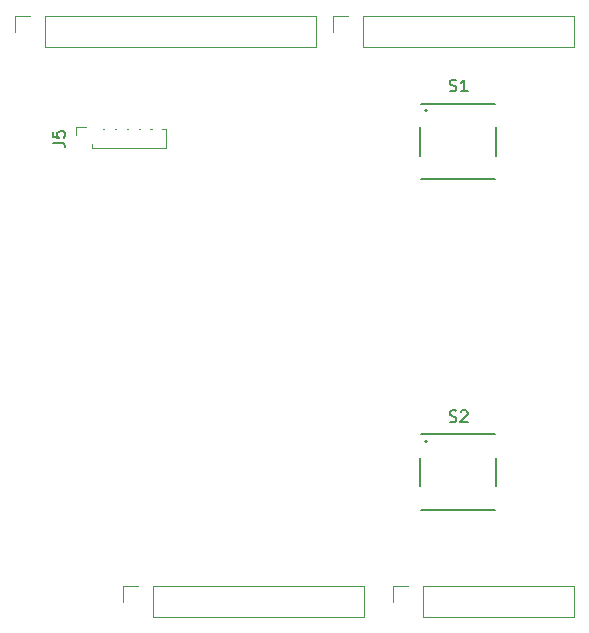
<source format=gbr>
%TF.GenerationSoftware,KiCad,Pcbnew,9.0.6*%
%TF.CreationDate,2025-12-02T16:19:02+01:00*%
%TF.ProjectId,new pcb,6e657720-7063-4622-9e6b-696361645f70,rev?*%
%TF.SameCoordinates,Original*%
%TF.FileFunction,Legend,Top*%
%TF.FilePolarity,Positive*%
%FSLAX46Y46*%
G04 Gerber Fmt 4.6, Leading zero omitted, Abs format (unit mm)*
G04 Created by KiCad (PCBNEW 9.0.6) date 2025-12-02 16:19:02*
%MOMM*%
%LPD*%
G01*
G04 APERTURE LIST*
%ADD10C,0.150000*%
%ADD11C,0.200000*%
%ADD12C,0.120000*%
G04 APERTURE END LIST*
D10*
X154291095Y-82231300D02*
X154433952Y-82278919D01*
X154433952Y-82278919D02*
X154672047Y-82278919D01*
X154672047Y-82278919D02*
X154767285Y-82231300D01*
X154767285Y-82231300D02*
X154814904Y-82183680D01*
X154814904Y-82183680D02*
X154862523Y-82088442D01*
X154862523Y-82088442D02*
X154862523Y-81993204D01*
X154862523Y-81993204D02*
X154814904Y-81897966D01*
X154814904Y-81897966D02*
X154767285Y-81850347D01*
X154767285Y-81850347D02*
X154672047Y-81802728D01*
X154672047Y-81802728D02*
X154481571Y-81755109D01*
X154481571Y-81755109D02*
X154386333Y-81707490D01*
X154386333Y-81707490D02*
X154338714Y-81659871D01*
X154338714Y-81659871D02*
X154291095Y-81564633D01*
X154291095Y-81564633D02*
X154291095Y-81469395D01*
X154291095Y-81469395D02*
X154338714Y-81374157D01*
X154338714Y-81374157D02*
X154386333Y-81326538D01*
X154386333Y-81326538D02*
X154481571Y-81278919D01*
X154481571Y-81278919D02*
X154719666Y-81278919D01*
X154719666Y-81278919D02*
X154862523Y-81326538D01*
X155243476Y-81374157D02*
X155291095Y-81326538D01*
X155291095Y-81326538D02*
X155386333Y-81278919D01*
X155386333Y-81278919D02*
X155624428Y-81278919D01*
X155624428Y-81278919D02*
X155719666Y-81326538D01*
X155719666Y-81326538D02*
X155767285Y-81374157D01*
X155767285Y-81374157D02*
X155814904Y-81469395D01*
X155814904Y-81469395D02*
X155814904Y-81564633D01*
X155814904Y-81564633D02*
X155767285Y-81707490D01*
X155767285Y-81707490D02*
X155195857Y-82278919D01*
X155195857Y-82278919D02*
X155814904Y-82278919D01*
X154291095Y-54231300D02*
X154433952Y-54278919D01*
X154433952Y-54278919D02*
X154672047Y-54278919D01*
X154672047Y-54278919D02*
X154767285Y-54231300D01*
X154767285Y-54231300D02*
X154814904Y-54183680D01*
X154814904Y-54183680D02*
X154862523Y-54088442D01*
X154862523Y-54088442D02*
X154862523Y-53993204D01*
X154862523Y-53993204D02*
X154814904Y-53897966D01*
X154814904Y-53897966D02*
X154767285Y-53850347D01*
X154767285Y-53850347D02*
X154672047Y-53802728D01*
X154672047Y-53802728D02*
X154481571Y-53755109D01*
X154481571Y-53755109D02*
X154386333Y-53707490D01*
X154386333Y-53707490D02*
X154338714Y-53659871D01*
X154338714Y-53659871D02*
X154291095Y-53564633D01*
X154291095Y-53564633D02*
X154291095Y-53469395D01*
X154291095Y-53469395D02*
X154338714Y-53374157D01*
X154338714Y-53374157D02*
X154386333Y-53326538D01*
X154386333Y-53326538D02*
X154481571Y-53278919D01*
X154481571Y-53278919D02*
X154719666Y-53278919D01*
X154719666Y-53278919D02*
X154862523Y-53326538D01*
X155814904Y-54278919D02*
X155243476Y-54278919D01*
X155529190Y-54278919D02*
X155529190Y-53278919D01*
X155529190Y-53278919D02*
X155433952Y-53421776D01*
X155433952Y-53421776D02*
X155338714Y-53517014D01*
X155338714Y-53517014D02*
X155243476Y-53564633D01*
X120704819Y-58623333D02*
X121419104Y-58623333D01*
X121419104Y-58623333D02*
X121561961Y-58670952D01*
X121561961Y-58670952D02*
X121657200Y-58766190D01*
X121657200Y-58766190D02*
X121704819Y-58909047D01*
X121704819Y-58909047D02*
X121704819Y-59004285D01*
X120704819Y-57670952D02*
X120704819Y-58147142D01*
X120704819Y-58147142D02*
X121181009Y-58194761D01*
X121181009Y-58194761D02*
X121133390Y-58147142D01*
X121133390Y-58147142D02*
X121085771Y-58051904D01*
X121085771Y-58051904D02*
X121085771Y-57813809D01*
X121085771Y-57813809D02*
X121133390Y-57718571D01*
X121133390Y-57718571D02*
X121181009Y-57670952D01*
X121181009Y-57670952D02*
X121276247Y-57623333D01*
X121276247Y-57623333D02*
X121514342Y-57623333D01*
X121514342Y-57623333D02*
X121609580Y-57670952D01*
X121609580Y-57670952D02*
X121657200Y-57718571D01*
X121657200Y-57718571D02*
X121704819Y-57813809D01*
X121704819Y-57813809D02*
X121704819Y-58051904D01*
X121704819Y-58051904D02*
X121657200Y-58147142D01*
X121657200Y-58147142D02*
X121609580Y-58194761D01*
D11*
%TO.C,S2*%
X151900000Y-83300000D02*
X158100000Y-83300000D01*
X151800000Y-85300000D02*
X151800000Y-87700000D01*
X158200000Y-87700000D02*
X158200000Y-85300000D01*
X158100000Y-89700000D02*
X151900000Y-89700000D01*
X152400000Y-83900000D02*
G75*
G02*
X152200000Y-83900000I-100000J0D01*
G01*
X152200000Y-83900000D02*
G75*
G02*
X152400000Y-83900000I100000J0D01*
G01*
%TO.C,S1*%
X151900000Y-55300000D02*
X158100000Y-55300000D01*
X151800000Y-57300000D02*
X151800000Y-59700000D01*
X158200000Y-59700000D02*
X158200000Y-57300000D01*
X158100000Y-61700000D02*
X151900000Y-61700000D01*
X152400000Y-55900000D02*
G75*
G02*
X152200000Y-55900000I-100000J0D01*
G01*
X152200000Y-55900000D02*
G75*
G02*
X152400000Y-55900000I100000J0D01*
G01*
D12*
%TO.C,J1*%
X126610000Y-96130000D02*
X127940000Y-96130000D01*
X126610000Y-97460000D02*
X126610000Y-96130000D01*
X129210000Y-96130000D02*
X147050000Y-96130000D01*
X129210000Y-98790000D02*
X129210000Y-96130000D01*
X129210000Y-98790000D02*
X147050000Y-98790000D01*
X147050000Y-98790000D02*
X147050000Y-96130000D01*
%TO.C,J3*%
X149470000Y-96130000D02*
X150800000Y-96130000D01*
X149470000Y-97460000D02*
X149470000Y-96130000D01*
X152070000Y-96130000D02*
X164830000Y-96130000D01*
X152070000Y-98790000D02*
X152070000Y-96130000D01*
X152070000Y-98790000D02*
X164830000Y-98790000D01*
X164830000Y-98790000D02*
X164830000Y-96130000D01*
%TO.C,J2*%
X117466000Y-47870000D02*
X118796000Y-47870000D01*
X117466000Y-49200000D02*
X117466000Y-47870000D01*
X120066000Y-47870000D02*
X142986000Y-47870000D01*
X120066000Y-50530000D02*
X120066000Y-47870000D01*
X120066000Y-50530000D02*
X142986000Y-50530000D01*
X142986000Y-50530000D02*
X142986000Y-47870000D01*
%TO.C,J4*%
X144390000Y-47870000D02*
X145720000Y-47870000D01*
X144390000Y-49200000D02*
X144390000Y-47870000D01*
X146990000Y-47870000D02*
X164830000Y-47870000D01*
X146990000Y-50530000D02*
X146990000Y-47870000D01*
X146990000Y-50530000D02*
X164830000Y-50530000D01*
X164830000Y-50530000D02*
X164830000Y-47870000D01*
%TO.C,J5*%
X122690000Y-57315000D02*
X123500000Y-57315000D01*
X122690000Y-58000000D02*
X122690000Y-57315000D01*
X124000000Y-59100000D02*
X124000000Y-58685000D01*
X124000000Y-59100000D02*
X130310000Y-59100000D01*
X124945898Y-57480000D02*
X125054102Y-57480000D01*
X125945898Y-57480000D02*
X126054102Y-57480000D01*
X126945898Y-57480000D02*
X127054102Y-57480000D01*
X127945898Y-57480000D02*
X128054102Y-57480000D01*
X128945898Y-57480000D02*
X129054102Y-57480000D01*
X129945898Y-57480000D02*
X130310000Y-57480000D01*
X130310000Y-59100000D02*
X130310000Y-57480000D01*
%TD*%
M02*

</source>
